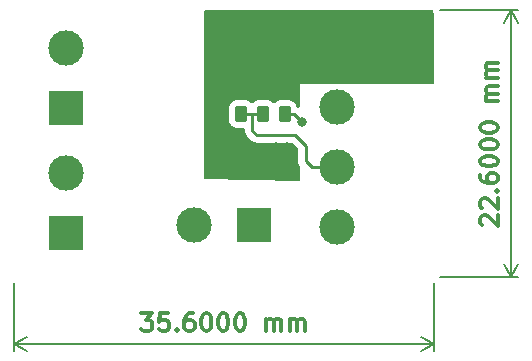
<source format=gbr>
%TF.GenerationSoftware,KiCad,Pcbnew,7.0.8*%
%TF.CreationDate,2024-03-30T04:59:33+03:00*%
%TF.ProjectId,PowerSensor,506f7765-7253-4656-9e73-6f722e6b6963,rev?*%
%TF.SameCoordinates,Original*%
%TF.FileFunction,Copper,L2,Bot*%
%TF.FilePolarity,Positive*%
%FSLAX46Y46*%
G04 Gerber Fmt 4.6, Leading zero omitted, Abs format (unit mm)*
G04 Created by KiCad (PCBNEW 7.0.8) date 2024-03-30 04:59:33*
%MOMM*%
%LPD*%
G01*
G04 APERTURE LIST*
G04 Aperture macros list*
%AMRoundRect*
0 Rectangle with rounded corners*
0 $1 Rounding radius*
0 $2 $3 $4 $5 $6 $7 $8 $9 X,Y pos of 4 corners*
0 Add a 4 corners polygon primitive as box body*
4,1,4,$2,$3,$4,$5,$6,$7,$8,$9,$2,$3,0*
0 Add four circle primitives for the rounded corners*
1,1,$1+$1,$2,$3*
1,1,$1+$1,$4,$5*
1,1,$1+$1,$6,$7*
1,1,$1+$1,$8,$9*
0 Add four rect primitives between the rounded corners*
20,1,$1+$1,$2,$3,$4,$5,0*
20,1,$1+$1,$4,$5,$6,$7,0*
20,1,$1+$1,$6,$7,$8,$9,0*
20,1,$1+$1,$8,$9,$2,$3,0*%
G04 Aperture macros list end*
%ADD10C,0.300000*%
%TA.AperFunction,NonConductor*%
%ADD11C,0.300000*%
%TD*%
%TA.AperFunction,NonConductor*%
%ADD12C,0.200000*%
%TD*%
%TA.AperFunction,ComponentPad*%
%ADD13R,3.000000X3.000000*%
%TD*%
%TA.AperFunction,ComponentPad*%
%ADD14C,3.000000*%
%TD*%
%TA.AperFunction,SMDPad,CuDef*%
%ADD15RoundRect,0.250000X0.262500X0.450000X-0.262500X0.450000X-0.262500X-0.450000X0.262500X-0.450000X0*%
%TD*%
%TA.AperFunction,ViaPad*%
%ADD16C,0.800000*%
%TD*%
%TA.AperFunction,Conductor*%
%ADD17C,0.250000*%
%TD*%
G04 APERTURE END LIST*
D10*
D11*
X131021185Y-99428569D02*
X130949757Y-99357141D01*
X130949757Y-99357141D02*
X130878328Y-99214284D01*
X130878328Y-99214284D02*
X130878328Y-98857141D01*
X130878328Y-98857141D02*
X130949757Y-98714284D01*
X130949757Y-98714284D02*
X131021185Y-98642855D01*
X131021185Y-98642855D02*
X131164042Y-98571426D01*
X131164042Y-98571426D02*
X131306900Y-98571426D01*
X131306900Y-98571426D02*
X131521185Y-98642855D01*
X131521185Y-98642855D02*
X132378328Y-99499998D01*
X132378328Y-99499998D02*
X132378328Y-98571426D01*
X131021185Y-97999998D02*
X130949757Y-97928570D01*
X130949757Y-97928570D02*
X130878328Y-97785713D01*
X130878328Y-97785713D02*
X130878328Y-97428570D01*
X130878328Y-97428570D02*
X130949757Y-97285713D01*
X130949757Y-97285713D02*
X131021185Y-97214284D01*
X131021185Y-97214284D02*
X131164042Y-97142855D01*
X131164042Y-97142855D02*
X131306900Y-97142855D01*
X131306900Y-97142855D02*
X131521185Y-97214284D01*
X131521185Y-97214284D02*
X132378328Y-98071427D01*
X132378328Y-98071427D02*
X132378328Y-97142855D01*
X132235471Y-96499999D02*
X132306900Y-96428570D01*
X132306900Y-96428570D02*
X132378328Y-96499999D01*
X132378328Y-96499999D02*
X132306900Y-96571427D01*
X132306900Y-96571427D02*
X132235471Y-96499999D01*
X132235471Y-96499999D02*
X132378328Y-96499999D01*
X130878328Y-95142856D02*
X130878328Y-95428570D01*
X130878328Y-95428570D02*
X130949757Y-95571427D01*
X130949757Y-95571427D02*
X131021185Y-95642856D01*
X131021185Y-95642856D02*
X131235471Y-95785713D01*
X131235471Y-95785713D02*
X131521185Y-95857141D01*
X131521185Y-95857141D02*
X132092614Y-95857141D01*
X132092614Y-95857141D02*
X132235471Y-95785713D01*
X132235471Y-95785713D02*
X132306900Y-95714284D01*
X132306900Y-95714284D02*
X132378328Y-95571427D01*
X132378328Y-95571427D02*
X132378328Y-95285713D01*
X132378328Y-95285713D02*
X132306900Y-95142856D01*
X132306900Y-95142856D02*
X132235471Y-95071427D01*
X132235471Y-95071427D02*
X132092614Y-94999998D01*
X132092614Y-94999998D02*
X131735471Y-94999998D01*
X131735471Y-94999998D02*
X131592614Y-95071427D01*
X131592614Y-95071427D02*
X131521185Y-95142856D01*
X131521185Y-95142856D02*
X131449757Y-95285713D01*
X131449757Y-95285713D02*
X131449757Y-95571427D01*
X131449757Y-95571427D02*
X131521185Y-95714284D01*
X131521185Y-95714284D02*
X131592614Y-95785713D01*
X131592614Y-95785713D02*
X131735471Y-95857141D01*
X130878328Y-94071427D02*
X130878328Y-93928570D01*
X130878328Y-93928570D02*
X130949757Y-93785713D01*
X130949757Y-93785713D02*
X131021185Y-93714285D01*
X131021185Y-93714285D02*
X131164042Y-93642856D01*
X131164042Y-93642856D02*
X131449757Y-93571427D01*
X131449757Y-93571427D02*
X131806900Y-93571427D01*
X131806900Y-93571427D02*
X132092614Y-93642856D01*
X132092614Y-93642856D02*
X132235471Y-93714285D01*
X132235471Y-93714285D02*
X132306900Y-93785713D01*
X132306900Y-93785713D02*
X132378328Y-93928570D01*
X132378328Y-93928570D02*
X132378328Y-94071427D01*
X132378328Y-94071427D02*
X132306900Y-94214285D01*
X132306900Y-94214285D02*
X132235471Y-94285713D01*
X132235471Y-94285713D02*
X132092614Y-94357142D01*
X132092614Y-94357142D02*
X131806900Y-94428570D01*
X131806900Y-94428570D02*
X131449757Y-94428570D01*
X131449757Y-94428570D02*
X131164042Y-94357142D01*
X131164042Y-94357142D02*
X131021185Y-94285713D01*
X131021185Y-94285713D02*
X130949757Y-94214285D01*
X130949757Y-94214285D02*
X130878328Y-94071427D01*
X130878328Y-92642856D02*
X130878328Y-92499999D01*
X130878328Y-92499999D02*
X130949757Y-92357142D01*
X130949757Y-92357142D02*
X131021185Y-92285714D01*
X131021185Y-92285714D02*
X131164042Y-92214285D01*
X131164042Y-92214285D02*
X131449757Y-92142856D01*
X131449757Y-92142856D02*
X131806900Y-92142856D01*
X131806900Y-92142856D02*
X132092614Y-92214285D01*
X132092614Y-92214285D02*
X132235471Y-92285714D01*
X132235471Y-92285714D02*
X132306900Y-92357142D01*
X132306900Y-92357142D02*
X132378328Y-92499999D01*
X132378328Y-92499999D02*
X132378328Y-92642856D01*
X132378328Y-92642856D02*
X132306900Y-92785714D01*
X132306900Y-92785714D02*
X132235471Y-92857142D01*
X132235471Y-92857142D02*
X132092614Y-92928571D01*
X132092614Y-92928571D02*
X131806900Y-92999999D01*
X131806900Y-92999999D02*
X131449757Y-92999999D01*
X131449757Y-92999999D02*
X131164042Y-92928571D01*
X131164042Y-92928571D02*
X131021185Y-92857142D01*
X131021185Y-92857142D02*
X130949757Y-92785714D01*
X130949757Y-92785714D02*
X130878328Y-92642856D01*
X130878328Y-91214285D02*
X130878328Y-91071428D01*
X130878328Y-91071428D02*
X130949757Y-90928571D01*
X130949757Y-90928571D02*
X131021185Y-90857143D01*
X131021185Y-90857143D02*
X131164042Y-90785714D01*
X131164042Y-90785714D02*
X131449757Y-90714285D01*
X131449757Y-90714285D02*
X131806900Y-90714285D01*
X131806900Y-90714285D02*
X132092614Y-90785714D01*
X132092614Y-90785714D02*
X132235471Y-90857143D01*
X132235471Y-90857143D02*
X132306900Y-90928571D01*
X132306900Y-90928571D02*
X132378328Y-91071428D01*
X132378328Y-91071428D02*
X132378328Y-91214285D01*
X132378328Y-91214285D02*
X132306900Y-91357143D01*
X132306900Y-91357143D02*
X132235471Y-91428571D01*
X132235471Y-91428571D02*
X132092614Y-91500000D01*
X132092614Y-91500000D02*
X131806900Y-91571428D01*
X131806900Y-91571428D02*
X131449757Y-91571428D01*
X131449757Y-91571428D02*
X131164042Y-91500000D01*
X131164042Y-91500000D02*
X131021185Y-91428571D01*
X131021185Y-91428571D02*
X130949757Y-91357143D01*
X130949757Y-91357143D02*
X130878328Y-91214285D01*
X132378328Y-88928572D02*
X131378328Y-88928572D01*
X131521185Y-88928572D02*
X131449757Y-88857143D01*
X131449757Y-88857143D02*
X131378328Y-88714286D01*
X131378328Y-88714286D02*
X131378328Y-88500000D01*
X131378328Y-88500000D02*
X131449757Y-88357143D01*
X131449757Y-88357143D02*
X131592614Y-88285715D01*
X131592614Y-88285715D02*
X132378328Y-88285715D01*
X131592614Y-88285715D02*
X131449757Y-88214286D01*
X131449757Y-88214286D02*
X131378328Y-88071429D01*
X131378328Y-88071429D02*
X131378328Y-87857143D01*
X131378328Y-87857143D02*
X131449757Y-87714286D01*
X131449757Y-87714286D02*
X131592614Y-87642857D01*
X131592614Y-87642857D02*
X132378328Y-87642857D01*
X132378328Y-86928572D02*
X131378328Y-86928572D01*
X131521185Y-86928572D02*
X131449757Y-86857143D01*
X131449757Y-86857143D02*
X131378328Y-86714286D01*
X131378328Y-86714286D02*
X131378328Y-86500000D01*
X131378328Y-86500000D02*
X131449757Y-86357143D01*
X131449757Y-86357143D02*
X131592614Y-86285715D01*
X131592614Y-86285715D02*
X132378328Y-86285715D01*
X131592614Y-86285715D02*
X131449757Y-86214286D01*
X131449757Y-86214286D02*
X131378328Y-86071429D01*
X131378328Y-86071429D02*
X131378328Y-85857143D01*
X131378328Y-85857143D02*
X131449757Y-85714286D01*
X131449757Y-85714286D02*
X131592614Y-85642857D01*
X131592614Y-85642857D02*
X132378328Y-85642857D01*
D12*
X127500000Y-103800000D02*
X134086420Y-103800000D01*
X127500000Y-81200000D02*
X134086420Y-81200000D01*
X133500000Y-103800000D02*
X133500000Y-81200000D01*
X133500000Y-103800000D02*
X133500000Y-81200000D01*
X133500000Y-103800000D02*
X132913579Y-102673496D01*
X133500000Y-103800000D02*
X134086421Y-102673496D01*
X133500000Y-81200000D02*
X134086421Y-82326504D01*
X133500000Y-81200000D02*
X132913579Y-82326504D01*
D10*
D11*
X102200001Y-106878328D02*
X103128573Y-106878328D01*
X103128573Y-106878328D02*
X102628573Y-107449757D01*
X102628573Y-107449757D02*
X102842858Y-107449757D01*
X102842858Y-107449757D02*
X102985716Y-107521185D01*
X102985716Y-107521185D02*
X103057144Y-107592614D01*
X103057144Y-107592614D02*
X103128573Y-107735471D01*
X103128573Y-107735471D02*
X103128573Y-108092614D01*
X103128573Y-108092614D02*
X103057144Y-108235471D01*
X103057144Y-108235471D02*
X102985716Y-108306900D01*
X102985716Y-108306900D02*
X102842858Y-108378328D01*
X102842858Y-108378328D02*
X102414287Y-108378328D01*
X102414287Y-108378328D02*
X102271430Y-108306900D01*
X102271430Y-108306900D02*
X102200001Y-108235471D01*
X104485715Y-106878328D02*
X103771429Y-106878328D01*
X103771429Y-106878328D02*
X103700001Y-107592614D01*
X103700001Y-107592614D02*
X103771429Y-107521185D01*
X103771429Y-107521185D02*
X103914287Y-107449757D01*
X103914287Y-107449757D02*
X104271429Y-107449757D01*
X104271429Y-107449757D02*
X104414287Y-107521185D01*
X104414287Y-107521185D02*
X104485715Y-107592614D01*
X104485715Y-107592614D02*
X104557144Y-107735471D01*
X104557144Y-107735471D02*
X104557144Y-108092614D01*
X104557144Y-108092614D02*
X104485715Y-108235471D01*
X104485715Y-108235471D02*
X104414287Y-108306900D01*
X104414287Y-108306900D02*
X104271429Y-108378328D01*
X104271429Y-108378328D02*
X103914287Y-108378328D01*
X103914287Y-108378328D02*
X103771429Y-108306900D01*
X103771429Y-108306900D02*
X103700001Y-108235471D01*
X105200000Y-108235471D02*
X105271429Y-108306900D01*
X105271429Y-108306900D02*
X105200000Y-108378328D01*
X105200000Y-108378328D02*
X105128572Y-108306900D01*
X105128572Y-108306900D02*
X105200000Y-108235471D01*
X105200000Y-108235471D02*
X105200000Y-108378328D01*
X106557144Y-106878328D02*
X106271429Y-106878328D01*
X106271429Y-106878328D02*
X106128572Y-106949757D01*
X106128572Y-106949757D02*
X106057144Y-107021185D01*
X106057144Y-107021185D02*
X105914286Y-107235471D01*
X105914286Y-107235471D02*
X105842858Y-107521185D01*
X105842858Y-107521185D02*
X105842858Y-108092614D01*
X105842858Y-108092614D02*
X105914286Y-108235471D01*
X105914286Y-108235471D02*
X105985715Y-108306900D01*
X105985715Y-108306900D02*
X106128572Y-108378328D01*
X106128572Y-108378328D02*
X106414286Y-108378328D01*
X106414286Y-108378328D02*
X106557144Y-108306900D01*
X106557144Y-108306900D02*
X106628572Y-108235471D01*
X106628572Y-108235471D02*
X106700001Y-108092614D01*
X106700001Y-108092614D02*
X106700001Y-107735471D01*
X106700001Y-107735471D02*
X106628572Y-107592614D01*
X106628572Y-107592614D02*
X106557144Y-107521185D01*
X106557144Y-107521185D02*
X106414286Y-107449757D01*
X106414286Y-107449757D02*
X106128572Y-107449757D01*
X106128572Y-107449757D02*
X105985715Y-107521185D01*
X105985715Y-107521185D02*
X105914286Y-107592614D01*
X105914286Y-107592614D02*
X105842858Y-107735471D01*
X107628572Y-106878328D02*
X107771429Y-106878328D01*
X107771429Y-106878328D02*
X107914286Y-106949757D01*
X107914286Y-106949757D02*
X107985715Y-107021185D01*
X107985715Y-107021185D02*
X108057143Y-107164042D01*
X108057143Y-107164042D02*
X108128572Y-107449757D01*
X108128572Y-107449757D02*
X108128572Y-107806900D01*
X108128572Y-107806900D02*
X108057143Y-108092614D01*
X108057143Y-108092614D02*
X107985715Y-108235471D01*
X107985715Y-108235471D02*
X107914286Y-108306900D01*
X107914286Y-108306900D02*
X107771429Y-108378328D01*
X107771429Y-108378328D02*
X107628572Y-108378328D01*
X107628572Y-108378328D02*
X107485715Y-108306900D01*
X107485715Y-108306900D02*
X107414286Y-108235471D01*
X107414286Y-108235471D02*
X107342857Y-108092614D01*
X107342857Y-108092614D02*
X107271429Y-107806900D01*
X107271429Y-107806900D02*
X107271429Y-107449757D01*
X107271429Y-107449757D02*
X107342857Y-107164042D01*
X107342857Y-107164042D02*
X107414286Y-107021185D01*
X107414286Y-107021185D02*
X107485715Y-106949757D01*
X107485715Y-106949757D02*
X107628572Y-106878328D01*
X109057143Y-106878328D02*
X109200000Y-106878328D01*
X109200000Y-106878328D02*
X109342857Y-106949757D01*
X109342857Y-106949757D02*
X109414286Y-107021185D01*
X109414286Y-107021185D02*
X109485714Y-107164042D01*
X109485714Y-107164042D02*
X109557143Y-107449757D01*
X109557143Y-107449757D02*
X109557143Y-107806900D01*
X109557143Y-107806900D02*
X109485714Y-108092614D01*
X109485714Y-108092614D02*
X109414286Y-108235471D01*
X109414286Y-108235471D02*
X109342857Y-108306900D01*
X109342857Y-108306900D02*
X109200000Y-108378328D01*
X109200000Y-108378328D02*
X109057143Y-108378328D01*
X109057143Y-108378328D02*
X108914286Y-108306900D01*
X108914286Y-108306900D02*
X108842857Y-108235471D01*
X108842857Y-108235471D02*
X108771428Y-108092614D01*
X108771428Y-108092614D02*
X108700000Y-107806900D01*
X108700000Y-107806900D02*
X108700000Y-107449757D01*
X108700000Y-107449757D02*
X108771428Y-107164042D01*
X108771428Y-107164042D02*
X108842857Y-107021185D01*
X108842857Y-107021185D02*
X108914286Y-106949757D01*
X108914286Y-106949757D02*
X109057143Y-106878328D01*
X110485714Y-106878328D02*
X110628571Y-106878328D01*
X110628571Y-106878328D02*
X110771428Y-106949757D01*
X110771428Y-106949757D02*
X110842857Y-107021185D01*
X110842857Y-107021185D02*
X110914285Y-107164042D01*
X110914285Y-107164042D02*
X110985714Y-107449757D01*
X110985714Y-107449757D02*
X110985714Y-107806900D01*
X110985714Y-107806900D02*
X110914285Y-108092614D01*
X110914285Y-108092614D02*
X110842857Y-108235471D01*
X110842857Y-108235471D02*
X110771428Y-108306900D01*
X110771428Y-108306900D02*
X110628571Y-108378328D01*
X110628571Y-108378328D02*
X110485714Y-108378328D01*
X110485714Y-108378328D02*
X110342857Y-108306900D01*
X110342857Y-108306900D02*
X110271428Y-108235471D01*
X110271428Y-108235471D02*
X110199999Y-108092614D01*
X110199999Y-108092614D02*
X110128571Y-107806900D01*
X110128571Y-107806900D02*
X110128571Y-107449757D01*
X110128571Y-107449757D02*
X110199999Y-107164042D01*
X110199999Y-107164042D02*
X110271428Y-107021185D01*
X110271428Y-107021185D02*
X110342857Y-106949757D01*
X110342857Y-106949757D02*
X110485714Y-106878328D01*
X112771427Y-108378328D02*
X112771427Y-107378328D01*
X112771427Y-107521185D02*
X112842856Y-107449757D01*
X112842856Y-107449757D02*
X112985713Y-107378328D01*
X112985713Y-107378328D02*
X113199999Y-107378328D01*
X113199999Y-107378328D02*
X113342856Y-107449757D01*
X113342856Y-107449757D02*
X113414285Y-107592614D01*
X113414285Y-107592614D02*
X113414285Y-108378328D01*
X113414285Y-107592614D02*
X113485713Y-107449757D01*
X113485713Y-107449757D02*
X113628570Y-107378328D01*
X113628570Y-107378328D02*
X113842856Y-107378328D01*
X113842856Y-107378328D02*
X113985713Y-107449757D01*
X113985713Y-107449757D02*
X114057142Y-107592614D01*
X114057142Y-107592614D02*
X114057142Y-108378328D01*
X114771427Y-108378328D02*
X114771427Y-107378328D01*
X114771427Y-107521185D02*
X114842856Y-107449757D01*
X114842856Y-107449757D02*
X114985713Y-107378328D01*
X114985713Y-107378328D02*
X115199999Y-107378328D01*
X115199999Y-107378328D02*
X115342856Y-107449757D01*
X115342856Y-107449757D02*
X115414285Y-107592614D01*
X115414285Y-107592614D02*
X115414285Y-108378328D01*
X115414285Y-107592614D02*
X115485713Y-107449757D01*
X115485713Y-107449757D02*
X115628570Y-107378328D01*
X115628570Y-107378328D02*
X115842856Y-107378328D01*
X115842856Y-107378328D02*
X115985713Y-107449757D01*
X115985713Y-107449757D02*
X116057142Y-107592614D01*
X116057142Y-107592614D02*
X116057142Y-108378328D01*
D12*
X127000000Y-104300000D02*
X127000000Y-110086420D01*
X91400000Y-104300000D02*
X91400000Y-110086420D01*
X127000000Y-109500000D02*
X91400000Y-109500000D01*
X127000000Y-109500000D02*
X91400000Y-109500000D01*
X127000000Y-109500000D02*
X125873496Y-110086421D01*
X127000000Y-109500000D02*
X125873496Y-108913579D01*
X91400000Y-109500000D02*
X92526504Y-108913579D01*
X91400000Y-109500000D02*
X92526504Y-110086421D01*
D13*
%TO.P,J3,1,Pin_1*%
%TO.N,Battery(+)*%
X95800000Y-89480000D03*
D14*
%TO.P,J3,2,Pin_2*%
X95800000Y-84400000D03*
%TD*%
D13*
%TO.P,J5,1,Pin_1*%
%TO.N,GND*%
X118800000Y-84360000D03*
D14*
%TO.P,J5,2,Pin_2*%
%TO.N,+5V*%
X118800000Y-89440000D03*
%TO.P,J5,3,Pin_3*%
%TO.N,IOut*%
X118800000Y-94520000D03*
%TO.P,J5,4,Pin_4*%
%TO.N,Vsens*%
X118800000Y-99600000D03*
%TD*%
D13*
%TO.P,J4,1,Pin_1*%
%TO.N,Battery(-)*%
X95800000Y-100080000D03*
D14*
%TO.P,J4,2,Pin_2*%
X95800000Y-95000000D03*
%TD*%
D13*
%TO.P,J1,1,Pin_1*%
%TO.N,IN-*%
X111740000Y-99400000D03*
D14*
%TO.P,J1,2,Pin_2*%
%TO.N,IN+*%
X106660000Y-99400000D03*
%TD*%
D15*
%TO.P,R4,1*%
%TO.N,VIOUT*%
X114325000Y-90000000D03*
%TO.P,R4,2*%
%TO.N,IOut*%
X112500000Y-90000000D03*
%TD*%
%TO.P,R5,1*%
%TO.N,IOut*%
X110625000Y-90000000D03*
%TO.P,R5,2*%
%TO.N,GND*%
X108800000Y-90000000D03*
%TD*%
D16*
%TO.N,GND*%
X113600000Y-93800000D03*
X114500000Y-93800000D03*
X113600000Y-94800000D03*
X114500000Y-94800000D03*
X114500000Y-92800000D03*
X113600000Y-92800000D03*
%TO.N,VIOUT*%
X115800000Y-90700000D03*
%TD*%
D17*
%TO.N,VIOUT*%
X115100000Y-90000000D02*
X115800000Y-90700000D01*
X114325000Y-90000000D02*
X115100000Y-90000000D01*
X115700000Y-90800000D02*
X115800000Y-90700000D01*
%TO.N,IOut*%
X111600000Y-91400000D02*
X112000000Y-91800000D01*
X116100000Y-92700000D02*
X116100000Y-94000000D01*
X115200000Y-91800000D02*
X116100000Y-92700000D01*
X116620000Y-94520000D02*
X118800000Y-94520000D01*
X112000000Y-91800000D02*
X115200000Y-91800000D01*
X116100000Y-94000000D02*
X116620000Y-94520000D01*
X111600000Y-90000000D02*
X112500000Y-90000000D01*
X110625000Y-90000000D02*
X111600000Y-90000000D01*
X111600000Y-90000000D02*
X111600000Y-91400000D01*
%TD*%
%TA.AperFunction,Conductor*%
%TO.N,GND*%
G36*
X126852678Y-81220185D02*
G01*
X126898433Y-81272989D01*
X126908578Y-81308315D01*
X126914955Y-81356760D01*
X126914957Y-81356765D01*
X126975461Y-81502836D01*
X126979526Y-81509876D01*
X126977783Y-81510882D01*
X126999069Y-81565932D01*
X126999500Y-81576257D01*
X126999500Y-87376000D01*
X126979815Y-87443039D01*
X126927011Y-87488794D01*
X126875500Y-87500000D01*
X119306521Y-87500000D01*
X119280165Y-87497166D01*
X119195948Y-87478846D01*
X119085430Y-87454804D01*
X119085433Y-87454804D01*
X118800001Y-87434390D01*
X118799999Y-87434390D01*
X118514568Y-87454804D01*
X118373560Y-87485479D01*
X118319834Y-87497166D01*
X118293479Y-87500000D01*
X115600000Y-87500000D01*
X115600000Y-89346042D01*
X115580315Y-89413081D01*
X115527511Y-89458836D01*
X115458353Y-89468780D01*
X115426754Y-89459844D01*
X115386101Y-89442252D01*
X115332393Y-89397562D01*
X115317641Y-89367454D01*
X115310546Y-89346042D01*
X115272314Y-89230666D01*
X115180212Y-89081344D01*
X115056156Y-88957288D01*
X114906834Y-88865186D01*
X114740297Y-88810001D01*
X114740295Y-88810000D01*
X114637510Y-88799500D01*
X114012498Y-88799500D01*
X114012480Y-88799501D01*
X113909703Y-88810000D01*
X113909700Y-88810001D01*
X113743168Y-88865185D01*
X113743163Y-88865187D01*
X113593842Y-88957289D01*
X113500181Y-89050951D01*
X113438858Y-89084436D01*
X113369166Y-89079452D01*
X113324819Y-89050951D01*
X113231157Y-88957289D01*
X113231156Y-88957288D01*
X113081834Y-88865186D01*
X112915297Y-88810001D01*
X112915295Y-88810000D01*
X112812510Y-88799500D01*
X112187498Y-88799500D01*
X112187480Y-88799501D01*
X112084703Y-88810000D01*
X112084700Y-88810001D01*
X111918168Y-88865185D01*
X111918163Y-88865187D01*
X111768842Y-88957289D01*
X111650181Y-89075951D01*
X111588858Y-89109436D01*
X111519166Y-89104452D01*
X111474819Y-89075951D01*
X111356157Y-88957289D01*
X111356156Y-88957288D01*
X111206834Y-88865186D01*
X111040297Y-88810001D01*
X111040295Y-88810000D01*
X110937510Y-88799500D01*
X110312498Y-88799500D01*
X110312480Y-88799501D01*
X110209703Y-88810000D01*
X110209700Y-88810001D01*
X110043168Y-88865185D01*
X110043163Y-88865187D01*
X109893842Y-88957289D01*
X109769789Y-89081342D01*
X109677687Y-89230663D01*
X109677686Y-89230666D01*
X109622501Y-89397203D01*
X109622501Y-89397204D01*
X109622500Y-89397204D01*
X109612000Y-89499983D01*
X109612000Y-90500001D01*
X109612001Y-90500019D01*
X109622500Y-90602796D01*
X109622501Y-90602799D01*
X109654711Y-90700000D01*
X109677686Y-90769334D01*
X109769788Y-90918656D01*
X109893844Y-91042712D01*
X110043166Y-91134814D01*
X110209703Y-91189999D01*
X110312491Y-91200500D01*
X110849302Y-91200499D01*
X110916341Y-91220183D01*
X110962096Y-91272987D01*
X110972752Y-91336164D01*
X110972326Y-91340662D01*
X110974500Y-91409814D01*
X110974500Y-91439343D01*
X110974501Y-91439360D01*
X110975368Y-91446231D01*
X110975826Y-91452050D01*
X110977290Y-91498624D01*
X110977291Y-91498627D01*
X110982880Y-91517867D01*
X110986824Y-91536911D01*
X110989336Y-91556791D01*
X111006490Y-91600119D01*
X111008382Y-91605647D01*
X111021381Y-91650388D01*
X111031580Y-91667634D01*
X111040138Y-91685103D01*
X111047514Y-91703732D01*
X111074898Y-91741423D01*
X111078106Y-91746307D01*
X111101827Y-91786416D01*
X111101833Y-91786424D01*
X111115990Y-91800580D01*
X111128628Y-91815376D01*
X111140405Y-91831586D01*
X111140406Y-91831587D01*
X111176309Y-91861288D01*
X111180620Y-91865210D01*
X111499194Y-92183784D01*
X111509017Y-92196045D01*
X111509239Y-92195863D01*
X111514212Y-92201875D01*
X111564636Y-92249227D01*
X111585523Y-92270115D01*
X111585527Y-92270118D01*
X111585529Y-92270120D01*
X111591011Y-92274373D01*
X111595443Y-92278157D01*
X111629418Y-92310062D01*
X111646976Y-92319714D01*
X111663235Y-92330395D01*
X111679064Y-92342673D01*
X111721838Y-92361182D01*
X111727056Y-92363738D01*
X111767908Y-92386197D01*
X111787316Y-92391180D01*
X111805717Y-92397480D01*
X111824104Y-92405437D01*
X111867488Y-92412308D01*
X111870119Y-92412725D01*
X111875839Y-92413909D01*
X111920981Y-92425500D01*
X111941016Y-92425500D01*
X111960414Y-92427026D01*
X111980194Y-92430159D01*
X111980195Y-92430160D01*
X111980195Y-92430159D01*
X111980196Y-92430160D01*
X112026584Y-92425775D01*
X112032422Y-92425500D01*
X114889548Y-92425500D01*
X114956587Y-92445185D01*
X114977229Y-92461819D01*
X115438181Y-92922771D01*
X115471666Y-92984094D01*
X115474500Y-93010452D01*
X115474500Y-93917255D01*
X115472775Y-93932872D01*
X115473061Y-93932899D01*
X115472326Y-93940665D01*
X115474500Y-94009814D01*
X115474500Y-94039343D01*
X115474501Y-94039360D01*
X115475368Y-94046231D01*
X115475826Y-94052050D01*
X115477290Y-94098624D01*
X115477291Y-94098627D01*
X115482880Y-94117867D01*
X115486824Y-94136911D01*
X115489336Y-94156791D01*
X115506490Y-94200119D01*
X115508382Y-94205647D01*
X115521381Y-94250388D01*
X115531580Y-94267634D01*
X115540138Y-94285103D01*
X115547514Y-94303732D01*
X115574901Y-94341427D01*
X115578105Y-94346304D01*
X115582724Y-94354115D01*
X115600000Y-94417247D01*
X115600000Y-95572900D01*
X115580315Y-95639939D01*
X115527511Y-95685694D01*
X115472939Y-95696862D01*
X107620939Y-95502986D01*
X107554406Y-95481653D01*
X107509969Y-95427736D01*
X107500000Y-95379024D01*
X107500000Y-81324500D01*
X107519685Y-81257461D01*
X107572489Y-81211706D01*
X107624000Y-81200500D01*
X126785639Y-81200500D01*
X126852678Y-81220185D01*
G37*
%TD.AperFunction*%
%TD*%
M02*

</source>
